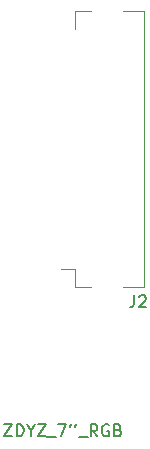
<source format=gbr>
%TF.GenerationSoftware,KiCad,Pcbnew,(6.0.9)*%
%TF.CreationDate,2022-11-14T09:52:40+08:00*%
%TF.ProjectId,ZDYZ_7''_RGB,5a44595a-5f37-4272-975f-5247422e6b69,rev?*%
%TF.SameCoordinates,Original*%
%TF.FileFunction,Legend,Top*%
%TF.FilePolarity,Positive*%
%FSLAX46Y46*%
G04 Gerber Fmt 4.6, Leading zero omitted, Abs format (unit mm)*
G04 Created by KiCad (PCBNEW (6.0.9)) date 2022-11-14 09:52:40*
%MOMM*%
%LPD*%
G01*
G04 APERTURE LIST*
%ADD10C,0.150000*%
%ADD11C,0.120000*%
%ADD12R,1.300000X0.300000*%
%ADD13R,2.200000X1.800000*%
%ADD14R,1.700000X1.700000*%
%ADD15O,1.700000X1.700000*%
G04 APERTURE END LIST*
D10*
X104521619Y-107402380D02*
X105188285Y-107402380D01*
X104521619Y-108402380D01*
X105188285Y-108402380D01*
X105569238Y-108402380D02*
X105569238Y-107402380D01*
X105807333Y-107402380D01*
X105950190Y-107450000D01*
X106045428Y-107545238D01*
X106093047Y-107640476D01*
X106140666Y-107830952D01*
X106140666Y-107973809D01*
X106093047Y-108164285D01*
X106045428Y-108259523D01*
X105950190Y-108354761D01*
X105807333Y-108402380D01*
X105569238Y-108402380D01*
X106759714Y-107926190D02*
X106759714Y-108402380D01*
X106426380Y-107402380D02*
X106759714Y-107926190D01*
X107093047Y-107402380D01*
X107331142Y-107402380D02*
X107997809Y-107402380D01*
X107331142Y-108402380D01*
X107997809Y-108402380D01*
X108140666Y-108497619D02*
X108902571Y-108497619D01*
X109045428Y-107402380D02*
X109712095Y-107402380D01*
X109283523Y-108402380D01*
X110140666Y-107402380D02*
X110045428Y-107592857D01*
X110616857Y-107402380D02*
X110521619Y-107592857D01*
X110807333Y-108497619D02*
X111569238Y-108497619D01*
X112378761Y-108402380D02*
X112045428Y-107926190D01*
X111807333Y-108402380D02*
X111807333Y-107402380D01*
X112188285Y-107402380D01*
X112283523Y-107450000D01*
X112331142Y-107497619D01*
X112378761Y-107592857D01*
X112378761Y-107735714D01*
X112331142Y-107830952D01*
X112283523Y-107878571D01*
X112188285Y-107926190D01*
X111807333Y-107926190D01*
X113331142Y-107450000D02*
X113235904Y-107402380D01*
X113093047Y-107402380D01*
X112950190Y-107450000D01*
X112854952Y-107545238D01*
X112807333Y-107640476D01*
X112759714Y-107830952D01*
X112759714Y-107973809D01*
X112807333Y-108164285D01*
X112854952Y-108259523D01*
X112950190Y-108354761D01*
X113093047Y-108402380D01*
X113188285Y-108402380D01*
X113331142Y-108354761D01*
X113378761Y-108307142D01*
X113378761Y-107973809D01*
X113188285Y-107973809D01*
X114140666Y-107878571D02*
X114283523Y-107926190D01*
X114331142Y-107973809D01*
X114378761Y-108069047D01*
X114378761Y-108211904D01*
X114331142Y-108307142D01*
X114283523Y-108354761D01*
X114188285Y-108402380D01*
X113807333Y-108402380D01*
X113807333Y-107402380D01*
X114140666Y-107402380D01*
X114235904Y-107450000D01*
X114283523Y-107497619D01*
X114331142Y-107592857D01*
X114331142Y-107688095D01*
X114283523Y-107783333D01*
X114235904Y-107830952D01*
X114140666Y-107878571D01*
X113807333Y-107878571D01*
%TO.C,J2*%
X115490666Y-96480380D02*
X115490666Y-97194666D01*
X115443047Y-97337523D01*
X115347809Y-97432761D01*
X115204952Y-97480380D01*
X115109714Y-97480380D01*
X115919238Y-96575619D02*
X115966857Y-96528000D01*
X116062095Y-96480380D01*
X116300190Y-96480380D01*
X116395428Y-96528000D01*
X116443047Y-96575619D01*
X116490666Y-96670857D01*
X116490666Y-96766095D01*
X116443047Y-96908952D01*
X115871619Y-97480380D01*
X116490666Y-97480380D01*
D11*
X110526000Y-94234000D02*
X110526000Y-95724000D01*
X116326000Y-72424000D02*
X114586000Y-72424000D01*
X110526000Y-95724000D02*
X111866000Y-95724000D01*
X110526000Y-72424000D02*
X111866000Y-72424000D01*
X110526000Y-73914000D02*
X110526000Y-72424000D01*
X110526000Y-94234000D02*
X109326000Y-94234000D01*
X116326000Y-95724000D02*
X116326000Y-72424000D01*
X114586000Y-95724000D02*
X116326000Y-95724000D01*
%TD*%
%LPC*%
D12*
%TO.C,J2*%
X109976000Y-93824000D03*
X109976000Y-93324000D03*
X109976000Y-92824000D03*
X109976000Y-92324000D03*
X109976000Y-91824000D03*
X109976000Y-91324000D03*
X109976000Y-90824000D03*
X109976000Y-90324000D03*
X109976000Y-89824000D03*
X109976000Y-89324000D03*
X109976000Y-88824000D03*
X109976000Y-88324000D03*
X109976000Y-87824000D03*
X109976000Y-87324000D03*
X109976000Y-86824000D03*
X109976000Y-86324000D03*
X109976000Y-85824000D03*
X109976000Y-85324000D03*
X109976000Y-84824000D03*
X109976000Y-84324000D03*
X109976000Y-83824000D03*
X109976000Y-83324000D03*
X109976000Y-82824000D03*
X109976000Y-82324000D03*
X109976000Y-81824000D03*
X109976000Y-81324000D03*
X109976000Y-80824000D03*
X109976000Y-80324000D03*
X109976000Y-79824000D03*
X109976000Y-79324000D03*
X109976000Y-78824000D03*
X109976000Y-78324000D03*
X109976000Y-77824000D03*
X109976000Y-77324000D03*
X109976000Y-76824000D03*
X109976000Y-76324000D03*
X109976000Y-75824000D03*
X109976000Y-75324000D03*
X109976000Y-74824000D03*
X109976000Y-74324000D03*
D13*
X113226000Y-95724000D03*
X113226000Y-72424000D03*
%TD*%
D14*
%TO.C,J1*%
X92690000Y-59974000D03*
D15*
X95230000Y-59974000D03*
X92690000Y-62514000D03*
X95230000Y-62514000D03*
X92690000Y-65054000D03*
X95230000Y-65054000D03*
X92690000Y-67594000D03*
X95230000Y-67594000D03*
X92690000Y-70134000D03*
X95230000Y-70134000D03*
X92690000Y-72674000D03*
X95230000Y-72674000D03*
X92690000Y-75214000D03*
X95230000Y-75214000D03*
X92690000Y-77754000D03*
X95230000Y-77754000D03*
X92690000Y-80294000D03*
X95230000Y-80294000D03*
X92690000Y-82834000D03*
X95230000Y-82834000D03*
X92690000Y-85374000D03*
X95230000Y-85374000D03*
X92690000Y-87914000D03*
X95230000Y-87914000D03*
X92690000Y-90454000D03*
X95230000Y-90454000D03*
X92690000Y-92994000D03*
X95230000Y-92994000D03*
X92690000Y-95534000D03*
X95230000Y-95534000D03*
X92690000Y-98074000D03*
X95230000Y-98074000D03*
X92690000Y-100614000D03*
X95230000Y-100614000D03*
X92690000Y-103154000D03*
X95230000Y-103154000D03*
X92690000Y-105694000D03*
X95230000Y-105694000D03*
X92690000Y-108234000D03*
X95230000Y-108234000D03*
%TD*%
M02*

</source>
